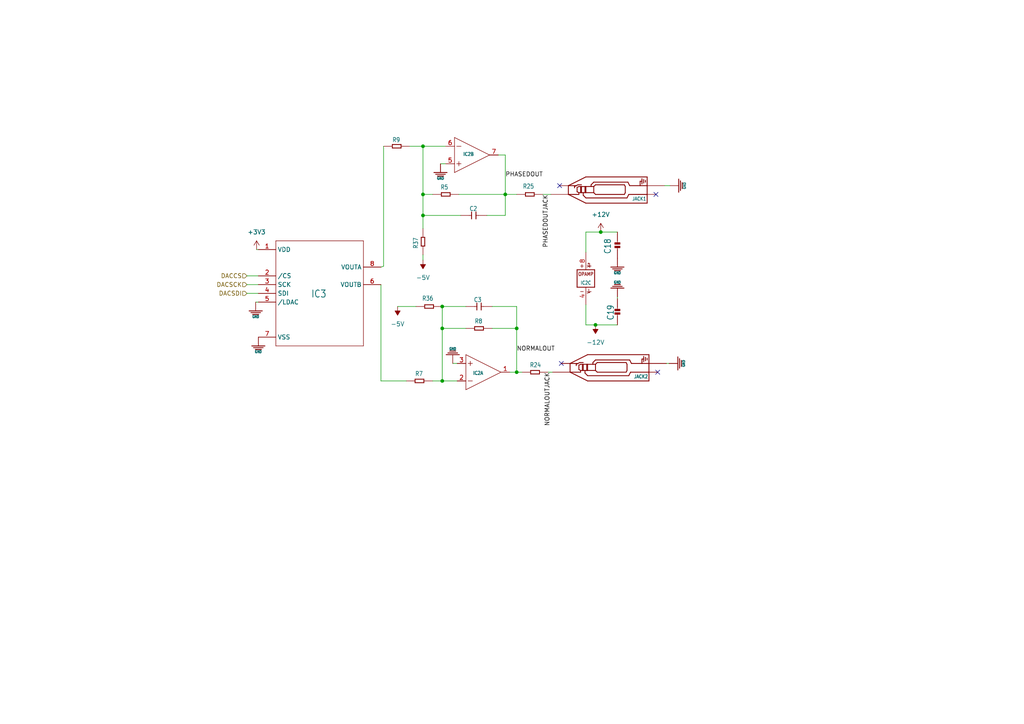
<source format=kicad_sch>
(kicad_sch (version 20211123) (generator eeschema)
  (paper "A4")
  (lib_symbols
    (symbol "TINRS - Wobbler (pico)sch-eagle-import:AUDIO-JACK_SMALLSYMBOL"
      (property "Reference" "JACK" (at -1.27 -9.906 90))
      (symbol "AUDIO-JACK_SMALLSYMBOL_1_0"
        (polyline (pts (xy -2.54 -10.16) (xy 0 -10.16)) (stroke (width 0.254)))
        (polyline (pts (xy -2.54 7.62) (xy -2.54 -10.16)) (stroke (width 0.254)))
        (polyline (pts (xy -1.016 -4.318) (xy -1.016 7.62)) (stroke (width 0.254)))
        (polyline (pts (xy -1.016 7.62) (xy -0.254 8.382)) (stroke (width 0.254)))
        (polyline (pts (xy -0.254 8.382) (xy 0.508 8.382)) (stroke (width 0.254)))
        (polyline (pts (xy 0 -10.16) (xy 0 -4.826)) (stroke (width 0.254)))
        (polyline (pts (xy 0 -10.16) (xy 2.54 -10.16)) (stroke (width 0.254)))
        (polyline (pts (xy 0 -4.826) (xy -1.016 -4.318)) (stroke (width 0.254)))
        (polyline (pts (xy 0 -3.556) (xy 0 4.826)) (stroke (width 0.254)))
        (polyline (pts (xy 0 4.826) (xy 0.508 5.334)) (stroke (width 0.254)))
        (polyline (pts (xy 0 9.652) (xy 0.508 9.652)) (stroke (width 0.254)))
        (polyline (pts (xy 0 12.7) (xy -2.54 7.62)) (stroke (width 0.254)))
        (polyline (pts (xy 0 12.7) (xy 0 9.652)) (stroke (width 0.254)))
        (polyline (pts (xy 0.508 -3.81) (xy 0 -3.556)) (stroke (width 0.254)))
        (polyline (pts (xy 0.508 5.334) (xy 2.286 5.334)) (stroke (width 0.254)))
        (polyline (pts (xy 0.508 7.62) (xy 0.508 5.334)) (stroke (width 0.254)))
        (polyline (pts (xy 0.508 7.62) (xy 2.286 7.62)) (stroke (width 0.254)))
        (polyline (pts (xy 0.508 7.874) (xy 0.508 7.62)) (stroke (width 0.254)))
        (polyline (pts (xy 0.508 7.874) (xy 2.286 7.874)) (stroke (width 0.254)))
        (polyline (pts (xy 0.508 8.382) (xy 0.508 7.874)) (stroke (width 0.254)))
        (polyline (pts (xy 0.508 8.89) (xy 0.508 8.382)) (stroke (width 0.254)))
        (polyline (pts (xy 0.508 8.89) (xy 2.286 8.89)) (stroke (width 0.254)))
        (polyline (pts (xy 0.508 9.144) (xy 0.508 8.89)) (stroke (width 0.254)))
        (polyline (pts (xy 0.508 9.144) (xy 2.286 9.144)) (stroke (width 0.254)))
        (polyline (pts (xy 0.508 9.652) (xy 0.508 9.144)) (stroke (width 0.254)))
        (polyline (pts (xy 0.762 10.16) (xy 0.508 9.652)) (stroke (width 0.254)))
        (polyline (pts (xy 2.032 10.16) (xy 0.762 10.16)) (stroke (width 0.254)))
        (polyline (pts (xy 2.286 -3.81) (xy 0.508 -3.81)) (stroke (width 0.254)))
        (polyline (pts (xy 2.286 5.334) (xy 2.286 6.096)) (stroke (width 0.254)))
        (polyline (pts (xy 2.286 5.334) (xy 2.794 4.826)) (stroke (width 0.254)))
        (polyline (pts (xy 2.286 6.096) (xy 2.286 7.62)) (stroke (width 0.254)))
        (polyline (pts (xy 2.286 7.62) (xy 2.286 7.874)) (stroke (width 0.254)))
        (polyline (pts (xy 2.286 7.874) (xy 2.286 8.89)) (stroke (width 0.254)))
        (polyline (pts (xy 2.286 8.89) (xy 2.286 9.144)) (stroke (width 0.254)))
        (polyline (pts (xy 2.286 9.144) (xy 2.286 9.652)) (stroke (width 0.254)))
        (polyline (pts (xy 2.286 9.652) (xy 2.032 10.16)) (stroke (width 0.254)))
        (polyline (pts (xy 2.286 10.922) (xy 1.905 10.922)) (stroke (width 0.254)))
        (polyline (pts (xy 2.286 10.922) (xy 2.54 10.414)) (stroke (width 0.254)))
        (polyline (pts (xy 2.54 -10.16) (xy 2.54 -8.128)) (stroke (width 0.254)))
        (polyline (pts (xy 2.54 -10.16) (xy 5.08 -10.16)) (stroke (width 0.254)))
        (polyline (pts (xy 2.54 -8.128) (xy 2.54 -5.08)) (stroke (width 0.254)))
        (polyline (pts (xy 2.54 -8.128) (xy 3.81 -8.128)) (stroke (width 0.254)))
        (polyline (pts (xy 2.54 -5.08) (xy 3.556 -4.572)) (stroke (width 0.254)))
        (polyline (pts (xy 2.54 10.414) (xy 2.794 9.906)) (stroke (width 0.254)))
        (polyline (pts (xy 2.54 12.7) (xy 0 12.7)) (stroke (width 0.254)))
        (polyline (pts (xy 2.54 12.7) (xy 2.54 10.414)) (stroke (width 0.254)))
        (polyline (pts (xy 2.794 -3.556) (xy 2.286 -3.81)) (stroke (width 0.254)))
        (polyline (pts (xy 2.794 4.826) (xy 2.794 -3.556)) (stroke (width 0.254)))
        (polyline (pts (xy 2.794 6.096) (xy 2.286 6.096)) (stroke (width 0.254)))
        (polyline (pts (xy 2.794 9.906) (xy 2.794 8.89)) (stroke (width 0.254)))
        (polyline (pts (xy 3.048 -8.636) (xy 4.572 -8.636)) (stroke (width 0.254)))
        (polyline (pts (xy 3.302 -9.144) (xy 4.318 -9.144)) (stroke (width 0.254)))
        (polyline (pts (xy 3.556 -9.652) (xy 4.064 -9.652)) (stroke (width 0.254)))
        (polyline (pts (xy 3.556 -4.572) (xy 3.556 5.334)) (stroke (width 0.254)))
        (polyline (pts (xy 3.556 5.334) (xy 2.794 6.096)) (stroke (width 0.254)))
        (polyline (pts (xy 3.81 -8.128) (xy 3.81 -8.636)) (stroke (width 0.254)))
        (polyline (pts (xy 5.08 -10.16) (xy 5.08 7.62)) (stroke (width 0.254)))
        (polyline (pts (xy 5.08 7.62) (xy 2.54 12.7)) (stroke (width 0.254)))
        (pin bidirectional line (at 2.54 -15.24 90) (length 5.08) (name "RING") (number "RING"))
        (pin bidirectional line (at 0 -12.7 90) (length 2.54) (name "SECOND") (number "SECOND"))
        (pin bidirectional line (at 2.54 15.24 270) (length 2.54) (name "SWITCH") (number "SWITCH"))
        (pin bidirectional line (at 0 17.78 270) (length 5.08) (name "TIP") (number "TIP"))
      )
    )
    (symbol "TINRS - Wobbler (pico)sch-eagle-import:C-0603"
      (property "Reference" "C" (at -3.81 0 0))
      (property "Value" "C-0603" (at 0 0 0))
      (symbol "C-0603_1_0"
        (polyline (pts (xy -1.27 0) (xy -0.635 0)) (stroke (width 0.1524)))
        (polyline (pts (xy -0.635 -1.016) (xy -0.635 0)) (stroke (width 0.254)))
        (polyline (pts (xy -0.635 0) (xy -0.635 1.016)) (stroke (width 0.254)))
        (polyline (pts (xy 0.635 0) (xy 0.635 -1.016)) (stroke (width 0.254)))
        (polyline (pts (xy 0.635 0) (xy 1.27 0)) (stroke (width 0.1524)))
        (polyline (pts (xy 0.635 1.016) (xy 0.635 0)) (stroke (width 0.254)))
        (pin passive line (at -3.81 0 0) (length 2.54) (name "1") (number "1"))
        (pin passive line (at 3.81 0 180) (length 2.54) (name "2") (number "2"))
      )
    )
    (symbol "TINRS - Wobbler (pico)sch-eagle-import:C-EUC0402"
      (property "Reference" "C" (at 1.524 0.381 0))
      (property "Value" "C-EUC0402" (at 1.524 -4.699 0))
      (symbol "C-EUC0402_1_0"
        (rectangle (start -0.762 -2.032) (end 0.762 -1.524) (fill (type outline)))
        (rectangle (start -0.762 -1.016) (end 0.762 -0.508) (fill (type outline)))
        (polyline (pts (xy 0 -2.54) (xy 0 -2.032)) (stroke (width 0.1524)))
        (polyline (pts (xy 0 0) (xy 0 -0.508)) (stroke (width 0.1524)))
        (pin passive line (at 0 2.54 270) (length 2.54) (name "1") (number "1"))
        (pin passive line (at 0 -5.08 90) (length 2.54) (name "2") (number "2"))
      )
    )
    (symbol "TINRS - Wobbler (pico)sch-eagle-import:GND" (power)
      (property "Value" "GND" (at 0 -1.27 0))
      (symbol "GND_1_0"
        (polyline (pts (xy -1.905 0) (xy 1.905 0)) (stroke (width 0.254)))
        (polyline (pts (xy -1.397 -0.508) (xy 1.397 -0.508)) (stroke (width 0.254)))
        (polyline (pts (xy -0.889 -1.016) (xy 0.889 -1.016)) (stroke (width 0.254)))
        (pin power_in line (at 0 2.54 270) (length 2.54) (name "GND") (number "1"))
      )
    )
    (symbol "TINRS - Wobbler (pico)sch-eagle-import:MCP4822-E{slash}SN"
      (property "Reference" "IC" (at -3.4544 15.2146 0))
      (property "Value" "MCP4822-E{slash}SN" (at -6.1214 -22.5044 0))
      (symbol "MCP4822-E{slash}SN_1_0"
        (polyline (pts (xy -12.7 -17.78) (xy 12.7 -17.78)) (stroke (width 0.1524)))
        (polyline (pts (xy -12.7 12.7) (xy -12.7 -17.78)) (stroke (width 0.1524)))
        (polyline (pts (xy 12.7 -17.78) (xy 12.7 12.7)) (stroke (width 0.1524)))
        (polyline (pts (xy 12.7 12.7) (xy -12.7 12.7)) (stroke (width 0.1524)))
        (pin power_in line (at -17.78 10.16 0) (length 5.08) (name "VDD") (number "1"))
        (pin input line (at -17.78 2.54 0) (length 5.08) (name "/CS") (number "2"))
        (pin input line (at -17.78 0 0) (length 5.08) (name "SCK") (number "3"))
        (pin input line (at -17.78 -2.54 0) (length 5.08) (name "SDI") (number "4"))
        (pin input line (at -17.78 -5.08 0) (length 5.08) (name "/LDAC") (number "5"))
        (pin input line (at 17.78 0 180) (length 5.08) (name "VOUTB") (number "6"))
        (pin power_in line (at -17.78 -15.24 0) (length 5.08) (name "VSS") (number "7"))
        (pin output line (at 17.78 5.08 180) (length 5.08) (name "VOUTA") (number "8"))
      )
    )
    (symbol "TINRS - Wobbler (pico)sch-eagle-import:R-0603"
      (property "Reference" "R" (at -3.81 0 0))
      (property "Value" "R-0603" (at 2.54 0 0))
      (symbol "R-0603_1_0"
        (polyline (pts (xy -1.27 -0.508) (xy -1.27 0.508)) (stroke (width 0.254)))
        (polyline (pts (xy -1.27 0.508) (xy 1.27 0.508)) (stroke (width 0.254)))
        (polyline (pts (xy 1.27 -0.508) (xy -1.27 -0.508)) (stroke (width 0.254)))
        (polyline (pts (xy 1.27 0.508) (xy 1.27 -0.508)) (stroke (width 0.254)))
        (pin passive line (at -3.81 0 0) (length 2.54) (name "1") (number "1"))
        (pin passive line (at 3.81 0 180) (length 2.54) (name "2") (number "2"))
      )
    )
    (symbol "TINRS - Wobbler (pico)sch-eagle-import:TL072"
      (property "Reference" "IC" (at 0 -1.27 0))
      (symbol "TL072_1_0"
        (polyline (pts (xy -5.08 -5.08) (xy 5.08 0)) (stroke (width 0.1524)))
        (polyline (pts (xy -5.08 5.08) (xy -5.08 -5.08)) (stroke (width 0.1524)))
        (polyline (pts (xy -4.445 -2.54) (xy -3.175 -2.54)) (stroke (width 0.1524)))
        (polyline (pts (xy -4.445 2.54) (xy -3.175 2.54)) (stroke (width 0.1524)))
        (polyline (pts (xy -3.81 3.175) (xy -3.81 1.905)) (stroke (width 0.1524)))
        (polyline (pts (xy 5.08 0) (xy -5.08 5.08)) (stroke (width 0.1524)))
        (pin output line (at 7.62 0 180) (length 2.54) (name "OUT") (number "1"))
        (pin input line (at -7.62 -2.54 0) (length 2.54) (name "-IN") (number "2"))
        (pin input line (at -7.62 2.54 0) (length 2.54) (name "+IN") (number "3"))
      )
      (symbol "TL072_2_0"
        (polyline (pts (xy -5.08 -5.08) (xy 5.08 0)) (stroke (width 0.1524)))
        (polyline (pts (xy -5.08 5.08) (xy -5.08 -5.08)) (stroke (width 0.1524)))
        (polyline (pts (xy -4.445 -2.54) (xy -3.175 -2.54)) (stroke (width 0.1524)))
        (polyline (pts (xy -4.445 2.54) (xy -3.175 2.54)) (stroke (width 0.1524)))
        (polyline (pts (xy -3.81 3.175) (xy -3.81 1.905)) (stroke (width 0.1524)))
        (polyline (pts (xy 5.08 0) (xy -5.08 5.08)) (stroke (width 0.1524)))
        (pin input line (at -7.62 2.54 0) (length 2.54) (name "+IN") (number "5"))
        (pin input line (at -7.62 -2.54 0) (length 2.54) (name "-IN") (number "6"))
        (pin output line (at 7.62 0 180) (length 2.54) (name "OUT") (number "7"))
      )
      (symbol "TL072_3_0"
        (polyline (pts (xy -2.54 -2.54) (xy -2.54 2.54)) (stroke (width 0.254)))
        (polyline (pts (xy -2.54 2.54) (xy 2.54 2.54)) (stroke (width 0.254)))
        (polyline (pts (xy 2.54 -2.54) (xy -2.54 -2.54)) (stroke (width 0.254)))
        (polyline (pts (xy 2.54 2.54) (xy 2.54 -2.54)) (stroke (width 0.254)))
        (text "+" (at -1.905 4.445 0) (effects (font (size 1.27 1.0795)) (justify left top)))
        (text "+" (at 1.905 4.445 0) (effects (font (size 1.27 1.0795)) (justify right top)))
        (text "-" (at -1.905 -4.445 0) (effects (font (size 1.27 1.0795)) (justify left bottom)))
        (text "-" (at 1.905 -4.445 0) (effects (font (size 1.27 1.0795)) (justify right bottom)))
        (text "OPAMP" (at 0 1.27 0) (effects (font (size 1.016 0.8636))))
        (text "V+" (at 1.27 3.175 900) (effects (font (size 0.8128 0.6908)) (justify left bottom)))
        (text "V-" (at 1.27 -4.445 900) (effects (font (size 0.8128 0.6908)) (justify left bottom)))
        (pin power_in line (at 0 -7.62 90) (length 5.08) (name "V-") (number "4"))
        (pin power_in line (at 0 7.62 270) (length 5.08) (name "V+") (number "8"))
      )
    )
    (symbol "power:+12V" (power) (pin_names (offset 0))
      (property "Value" "+12V" (at 0 3.556 0))
      (symbol "+12V_0_1"
        (polyline (pts (xy -0.762 1.27) (xy 0 2.54)))
        (polyline (pts (xy 0 0) (xy 0 2.54)))
        (polyline (pts (xy 0 2.54) (xy 0.762 1.27)))
      )
      (symbol "+12V_1_1"
        (pin power_in line (at 0 0 90) (length 0) hide (name "+12V") (number "1"))
      )
    )
    (symbol "power:+3V3" (power) (pin_names (offset 0))
      (property "Value" "+3V3" (at 0 3.556 0))
      (symbol "+3V3_0_1"
        (polyline (pts (xy -0.762 1.27) (xy 0 2.54)))
        (polyline (pts (xy 0 0) (xy 0 2.54)))
        (polyline (pts (xy 0 2.54) (xy 0.762 1.27)))
      )
      (symbol "+3V3_1_1"
        (pin power_in line (at 0 0 90) (length 0) hide (name "+3V3") (number "1"))
      )
    )
    (symbol "power:-12V" (power) (pin_names (offset 0))
      (property "Value" "-12V" (at 0 3.81 0))
      (symbol "-12V_0_0"
        (pin power_in line (at 0 0 90) (length 0) hide (name "-12V") (number "1"))
      )
      (symbol "-12V_0_1"
        (polyline (pts (xy 0 0) (xy 0 1.27) (xy 0.762 1.27) (xy 0 2.54) (xy -0.762 1.27) (xy 0 1.27)) (fill (type outline)))
      )
    )
    (symbol "power:-5V" (power) (pin_names (offset 0))
      (property "Value" "-5V" (at 0 3.81 0))
      (symbol "-5V_0_0"
        (pin power_in line (at 0 0 90) (length 0) hide (name "-5V") (number "1"))
      )
      (symbol "-5V_0_1"
        (polyline (pts (xy 0 0) (xy 0 1.27) (xy 0.762 1.27) (xy 0 2.54) (xy -0.762 1.27) (xy 0 1.27)) (fill (type outline)))
      )
    )
  )
  (junction (at 146.558 56.388))
  (junction (at 122.682 56.388))
  (junction (at 122.682 62.484))
  (junction (at 174.244 67.31))
  (junction (at 128.27 110.49))
  (junction (at 128.27 88.9))
  (junction (at 122.682 42.418))
  (junction (at 172.72 94.234))
  (junction (at 149.86 107.95))
  (junction (at 128.27 95.25))
  (junction (at 149.86 95.25))
  (no_connect (at 162.814 105.41))
  (no_connect (at 162.306 53.848))
  (no_connect (at 190.246 56.388))
  (no_connect (at 190.754 107.95))
  (wire (pts (xy 133.096 56.388) (xy 146.558 56.388)))
  (wire (pts (xy 131.318 105.41) (xy 132.588 105.41)))
  (wire (pts (xy 122.682 73.914) (xy 122.682 75.438)))
  (wire (pts (xy 122.682 42.418) (xy 122.682 56.388)))
  (wire (pts (xy 125.476 56.388) (xy 122.682 56.388)))
  (wire (pts (xy 174.244 67.31) (xy 179.07 67.31)))
  (wire (pts (xy 122.682 66.294) (xy 122.682 62.484)))
  (wire (pts (xy 142.748 88.9) (xy 149.86 88.9)))
  (wire (pts (xy 128.27 110.49) (xy 132.588 110.49)))
  (wire (pts (xy 122.682 62.484) (xy 133.604 62.484)))
  (wire (pts (xy 128.27 88.9) (xy 128.27 95.25)))
  (wire (pts (xy 146.558 44.958) (xy 144.526 44.958)))
  (wire (pts (xy 146.558 62.484) (xy 146.558 56.388)))
  (wire (pts (xy 110.49 110.49) (xy 110.49 82.55)))
  (wire (pts (xy 110.49 110.49) (xy 117.856 110.49)))
  (wire (pts (xy 122.682 56.388) (xy 122.682 62.484)))
  (wire (pts (xy 128.27 110.49) (xy 128.27 95.25)))
  (wire (pts (xy 128.27 88.9) (xy 135.128 88.9)))
  (wire (pts (xy 120.65 88.9) (xy 115.316 88.9)))
  (wire (pts (xy 169.926 67.31) (xy 169.926 73.152)))
  (wire (pts (xy 74.93 85.09) (xy 71.628 85.09)))
  (wire (pts (xy 193.294 105.41) (xy 194.056 105.41)))
  (wire (pts (xy 74.422 72.39) (xy 74.93 72.39)))
  (wire (pts (xy 174.244 67.31) (xy 169.926 67.31)))
  (wire (pts (xy 149.86 95.25) (xy 149.86 107.95)))
  (wire (pts (xy 160.274 107.95) (xy 159.004 107.95)))
  (wire (pts (xy 74.168 87.63) (xy 74.93 87.63)))
  (wire (pts (xy 146.558 56.388) (xy 146.558 44.958)))
  (wire (pts (xy 74.93 80.01) (xy 71.628 80.01)))
  (wire (pts (xy 146.558 56.388) (xy 149.86 56.388)))
  (wire (pts (xy 74.93 82.55) (xy 71.628 82.55)))
  (wire (pts (xy 169.926 88.392) (xy 169.926 94.234)))
  (wire (pts (xy 122.682 42.418) (xy 129.286 42.418)))
  (wire (pts (xy 179.07 86.106) (xy 179.07 86.614)))
  (wire (pts (xy 149.86 107.95) (xy 151.384 107.95)))
  (wire (pts (xy 172.72 94.234) (xy 179.07 94.234)))
  (wire (pts (xy 142.748 95.25) (xy 149.86 95.25)))
  (wire (pts (xy 192.786 53.848) (xy 194.31 53.848)))
  (wire (pts (xy 141.224 62.484) (xy 146.558 62.484)))
  (wire (pts (xy 110.49 77.47) (xy 111.252 77.216)))
  (wire (pts (xy 111.252 42.418) (xy 111.252 77.216)))
  (wire (pts (xy 129.286 47.498) (xy 127.762 47.498)))
  (wire (pts (xy 149.86 88.9) (xy 149.86 95.25)))
  (wire (pts (xy 128.27 95.25) (xy 135.128 95.25)))
  (wire (pts (xy 149.86 107.95) (xy 147.828 107.95)))
  (wire (pts (xy 169.926 94.234) (xy 172.72 94.234)))
  (wire (pts (xy 118.872 42.418) (xy 122.682 42.418)))
  (wire (pts (xy 125.476 110.49) (xy 128.27 110.49)))
  (wire (pts (xy 157.48 56.388) (xy 159.766 56.388)))
  (label "NORMALOUT" (at 149.86 102.108 0) (effects (font (size 1.2446 1.2446))))
  (label "PHASEDOUT" (at 146.558 51.562 0) (effects (font (size 1.2446 1.2446))))
  (label "PHASEDOUTJACK" (at 159.258 56.388 270) (effects (font (size 1.2446 1.2446))))
  (label "NORMALOUTJACK" (at 159.766 107.95 270) (effects (font (size 1.2446 1.2446))))
  (hierarchical_label "DACSCK" (shape input) (at 71.628 82.55 180) (effects (font (size 1.2446 1.2446))))
  (hierarchical_label "DACSDI" (shape input) (at 71.628 85.09 180) (effects (font (size 1.2446 1.2446))))
  (hierarchical_label "DACCS" (shape input) (at 71.628 80.01 180) (effects (font (size 1.2446 1.2446))))
  (symbol (lib_id "power:-5V") (at 115.316 88.9 180) (unit 1)
    (property "Reference" "#PWR0102" (effects hide))
    (property "Value" "-5V" (at 115.316 93.98 0))
  )
  (symbol (lib_id "TINRS - Wobbler (pico)sch-eagle-import:GND") (at 127.762 50.038 0) (unit 1)
    (property "Reference" "#GND014" (effects hide))
    (property "Value" "GND" (at 127.762 51.308 0) (effects (font (size 0.762 0.6477)) (justify top)))
  )
  (symbol (lib_id "TINRS - Wobbler (pico)sch-eagle-import:GND") (at 179.07 83.566 180) (unit 1)
    (property "Reference" "#GND046" (effects hide))
    (property "Value" "GND" (at 179.07 82.296 0) (effects (font (size 0.762 0.6477)) (justify top)))
  )
  (symbol (lib_id "TINRS - Wobbler (pico)sch-eagle-import:TL072") (at 140.208 107.95 0) (unit 1)
    (property "Reference" "IC2" (at 138.684 108.204 0) (effects (font (size 1.016 0.8636))))
    (property "Value" "TL072" (effects hide))
    (property "Footprint" "SO08" (effects hide))
  )
  (symbol (lib_id "TINRS - Wobbler (pico)sch-eagle-import:R-0603") (at 153.67 56.388 180) (unit 1)
    (property "Reference" "R25" (at 154.94 53.34 0) (effects (font (size 1.27 1.0795)) (justify left bottom)))
    (property "Value" "100" (at 154.94 57.15 0) (effects (font (size 1.27 1.0795)) (justify left bottom)))
    (property "Footprint" "R0603" (effects hide))
    (property "Value" "unknown" (effects hide))
  )
  (symbol (lib_id "power:-12V") (at 172.72 94.234 180) (unit 1)
    (property "Reference" "#PWR0105" (effects hide))
    (property "Value" "-12V" (at 172.72 99.314 0))
  )
  (symbol (lib_id "TINRS - Wobbler (pico)sch-eagle-import:R-0603") (at 124.46 88.9 180) (unit 1)
    (property "Reference" "R36" (at 125.73 85.852 0) (effects (font (size 1.27 1.0795)) (justify left bottom)))
    (property "Value" "187k 0.1%" (at 126.746 89.916 0) (effects (font (size 1.27 1.0795)) (justify left bottom)))
    (property "Footprint" "R0603" (effects hide))
    (property "Value" "unknown" (effects hide))
  )
  (symbol (lib_id "TINRS - Wobbler (pico)sch-eagle-import:GND") (at 74.168 90.17 0) (unit 1)
    (property "Reference" "#GND040" (effects hide))
    (property "Value" "GND" (at 74.168 91.44 0) (effects (font (size 0.762 0.6477)) (justify top)))
  )
  (symbol (lib_id "TINRS - Wobbler (pico)sch-eagle-import:GND") (at 179.07 77.47 0) (unit 1)
    (property "Reference" "#GND047" (effects hide))
    (property "Value" "GND" (at 179.07 78.74 0) (effects (font (size 0.762 0.6477)) (justify top)))
  )
  (symbol (lib_id "TINRS - Wobbler (pico)sch-eagle-import:R-0603") (at 121.666 110.49 180) (unit 1)
    (property "Reference" "R7" (at 122.682 107.696 0) (effects (font (size 1.27 1.0795)) (justify left bottom)))
    (property "Value" "38.3k 0.1%" (at 126.238 111.252 0) (effects (font (size 1.27 1.0795)) (justify left bottom)))
    (property "Footprint" "R0603" (effects hide))
    (property "Value" "unknown" (effects hide))
  )
  (symbol (lib_id "power:+3V3") (at 74.422 72.39 0) (unit 1)
    (property "Reference" "#PWR0103" (effects hide))
    (property "Value" "+3V3" (at 74.422 67.31 0))
  )
  (symbol (lib_id "TINRS - Wobbler (pico)sch-eagle-import:AUDIO-JACK_SMALLSYMBOL") (at 177.546 56.388 90) (unit 1)
    (property "Reference" "JACK1" (at 187.452 57.658 90) (effects (font (size 1.016 0.8636)) (justify left)))
    (property "Value" "AUDIO-JACK_SMALLSYMBOL" (effects hide))
    (property "Footprint" "3.5MM-JACK-SWITCH-13MM-NOHOLES-TESTPAD" (effects hide))
    (property "Value" "AUDIO-JACK_SMALLSYMBOL" (effects hide))
  )
  (symbol (lib_id "TINRS - Wobbler (pico)sch-eagle-import:AUDIO-JACK_SMALLSYMBOL") (at 178.054 107.95 90) (unit 1)
    (property "Reference" "JACK2" (at 187.96 109.22 90) (effects (font (size 1.016 0.8636)) (justify left)))
    (property "Value" "AUDIO-JACK_SMALLSYMBOL" (effects hide))
    (property "Footprint" "3.5MM-JACK-SWITCH-13MM-NOHOLES-TESTPAD" (effects hide))
    (property "Value" "AUDIO-JACK_SMALLSYMBOL" (effects hide))
  )
  (symbol (lib_id "TINRS - Wobbler (pico)sch-eagle-import:C-EUC0402") (at 179.07 89.154 0) (unit 1)
    (property "Reference" "C19" (at 178.054 92.964 90) (effects (font (size 1.778 1.5113)) (justify left bottom)))
    (property "Value" "100nF" (at 182.626 93.98 90) (effects (font (size 1.778 1.5113)) (justify left bottom)))
    (property "Footprint" "C0402" (effects hide))
    (property "Value" "1759017" (effects hide))
  )
  (symbol (lib_id "TINRS - Wobbler (pico)sch-eagle-import:GND") (at 74.93 100.33 0) (unit 1)
    (property "Reference" "#GND037" (effects hide))
    (property "Value" "GND" (at 74.93 101.6 0) (effects (font (size 0.762 0.6477)) (justify top)))
  )
  (symbol (lib_id "TINRS - Wobbler (pico)sch-eagle-import:GND") (at 196.596 105.41 90) (unit 1)
    (property "Reference" "#GND098" (effects hide))
    (property "Value" "GND" (at 197.866 105.41 0) (effects (font (size 0.762 0.6477)) (justify top)))
  )
  (symbol (lib_id "TINRS - Wobbler (pico)sch-eagle-import:R-0603") (at 129.286 56.388 180) (unit 1)
    (property "Reference" "R5" (at 130.048 53.594 0) (effects (font (size 1.27 1.0795)) (justify left bottom)))
    (property "Value" "187k 0.1%" (at 133.35 57.404 0) (effects (font (size 1.27 1.0795)) (justify left bottom)))
    (property "Footprint" "R0603" (effects hide))
    (property "Value" "unknown" (effects hide))
  )
  (symbol (lib_id "TINRS - Wobbler (pico)sch-eagle-import:C-EUC0402") (at 179.07 72.39 180) (unit 1)
    (property "Reference" "C18" (at 175.26 69.088 90) (effects (font (size 1.778 1.5113)) (justify left bottom)))
    (property "Value" "100nF" (at 180.34 68.072 90) (effects (font (size 1.778 1.5113)) (justify left bottom)))
    (property "Footprint" "C0402" (effects hide))
    (property "Value" "1759017" (effects hide))
  )
  (symbol (lib_id "TINRS - Wobbler (pico)sch-eagle-import:TL072") (at 169.926 80.772 0) (unit 3)
    (property "Reference" "IC2" (at 169.926 82.042 0) (effects (font (size 1.016 0.8636))))
    (property "Value" "TL072" (effects hide))
    (property "Footprint" "SO08" (effects hide))
  )
  (symbol (lib_id "power:-5V") (at 122.682 75.438 180) (unit 1)
    (property "Reference" "#PWR0101" (effects hide))
    (property "Value" "-5V" (at 122.682 80.518 0))
  )
  (symbol (lib_id "TINRS - Wobbler (pico)sch-eagle-import:MCP4822-E{slash}SN") (at 92.71 82.55 0) (unit 1)
    (property "Reference" "IC3" (at 90.17 86.36 0) (effects (font (size 2.0828 1.7703)) (justify left bottom)))
    (property "Value" "MCP4822-E{slash}SN" (at 81.534 104.648 0) (effects (font (size 2.0828 1.7703)) (justify left bottom)))
    (property "Footprint" "TINRS - Wobbler (pico)sch:SOIC8-N_MC" (effects hide))
    (property "Value" "MICROCHIP" (effects hide))
  )
  (symbol (lib_id "TINRS - Wobbler (pico)sch-eagle-import:GND") (at 196.85 53.848 90) (unit 1)
    (property "Reference" "#GND0121" (effects hide))
    (property "Value" "GND" (at 198.12 53.848 0) (effects (font (size 0.762 0.6477)) (justify top)))
  )
  (symbol (lib_id "TINRS - Wobbler (pico)sch-eagle-import:C-0603") (at 138.938 88.9 0) (unit 1)
    (property "Reference" "C3" (at 137.414 87.63 0) (effects (font (size 1.27 1.0795)) (justify left bottom)))
    (property "Value" "3.3nF COG" (at 135.382 92.456 0) (effects (font (size 1.27 1.0795)) (justify left bottom)))
    (property "Footprint" "C0603" (effects hide))
    (property "Value" "unknown" (effects hide))
  )
  (symbol (lib_id "TINRS - Wobbler (pico)sch-eagle-import:R-0603") (at 122.682 70.104 270) (unit 1)
    (property "Reference" "R37" (at 119.888 68.834 0) (effects (font (size 1.27 1.0795)) (justify left bottom)))
    (property "Value" "187k 0.1%" (at 123.698 66.294 0) (effects (font (size 1.27 1.0795)) (justify left bottom)))
    (property "Footprint" "R0603" (effects hide))
    (property "Value" "unknown" (effects hide))
  )
  (symbol (lib_id "TINRS - Wobbler (pico)sch-eagle-import:GND") (at 131.318 102.87 180) (unit 1)
    (property "Reference" "#GND011" (effects hide))
    (property "Value" "GND" (at 131.318 101.6 0) (effects (font (size 0.762 0.6477)) (justify top)))
  )
  (symbol (lib_id "TINRS - Wobbler (pico)sch-eagle-import:R-0603") (at 138.938 95.25 180) (unit 1)
    (property "Reference" "R8" (at 139.954 92.456 0) (effects (font (size 1.27 1.0795)) (justify left bottom)))
    (property "Value" "187k 0.1%" (at 143.51 96.012 0) (effects (font (size 1.27 1.0795)) (justify left bottom)))
    (property "Footprint" "R0603" (effects hide))
    (property "Value" "unknown" (effects hide))
  )
  (symbol (lib_id "power:+12V") (at 174.244 67.31 0) (unit 1)
    (property "Reference" "#PWR0104" (effects hide))
    (property "Value" "+12V" (at 174.244 62.23 0))
  )
  (symbol (lib_id "TINRS - Wobbler (pico)sch-eagle-import:TL072") (at 136.906 44.958 0) (mirror x) (unit 2)
    (property "Reference" "IC2" (at 135.89 44.704 0) (effects (font (size 1.016 0.8636))))
    (property "Value" "TL072" (effects hide))
    (property "Footprint" "SO08" (effects hide))
  )
  (symbol (lib_id "TINRS - Wobbler (pico)sch-eagle-import:C-0603") (at 137.414 62.484 0) (unit 1)
    (property "Reference" "C2" (at 136.144 61.214 0) (effects (font (size 1.27 1.0795)) (justify left bottom)))
    (property "Value" "3.3nF C0G" (at 133.096 66.04 0) (effects (font (size 1.27 1.0795)) (justify left bottom)))
    (property "Footprint" "C0603" (effects hide))
    (property "Value" "unknown" (effects hide))
  )
  (symbol (lib_id "TINRS - Wobbler (pico)sch-eagle-import:R-0603") (at 155.194 107.95 180) (unit 1)
    (property "Reference" "R24" (at 156.972 105.156 0) (effects (font (size 1.27 1.0795)) (justify left bottom)))
    (property "Value" "100" (at 156.464 108.712 0) (effects (font (size 1.27 1.0795)) (justify left bottom)))
    (property "Footprint" "R0603" (effects hide))
    (property "Value" "unknown" (effects hide))
  )
  (symbol (lib_id "TINRS - Wobbler (pico)sch-eagle-import:R-0603") (at 115.062 42.418 180) (unit 1)
    (property "Reference" "R9" (at 116.078 39.878 0) (effects (font (size 1.27 1.0795)) (justify left bottom)))
    (property "Value" "38.3k 0.1%" (at 120.904 43.18 0) (effects (font (size 1.27 1.0795)) (justify left bottom)))
    (property "Footprint" "R0603" (effects hide))
    (property "Value" "unknown" (effects hide))
  )
)
</source>
